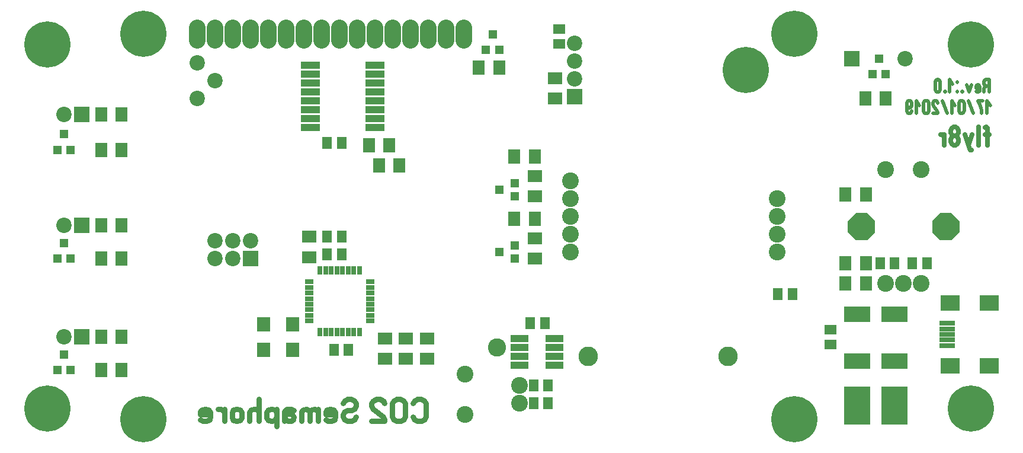
<source format=gbr>
%FSLAX34Y34*%
%MOMM*%
%LNSOLDERMASK_BOTTOM*%
G71*
G01*
%ADD10C, 2.400*%
%ADD11C, 2.400*%
%ADD12C, 2.200*%
%ADD13C, 6.600*%
%ADD14C, 2.200*%
%ADD15R, 0.700X1.200*%
%ADD16R, 1.200X0.700*%
%ADD17R, 2.800X1.000*%
%ADD18R, 2.600X1.000*%
%ADD19C, 2.800*%
%ADD20R, 2.700X2.200*%
%ADD21R, 2.200X0.700*%
%ADD22R, 3.800X5.400*%
%ADD23R, 3.700X2.200*%
%ADD24R, 1.700X1.400*%
%ADD25R, 1.400X1.700*%
%ADD26R, 2.000X1.700*%
%ADD27R, 1.700X2.000*%
%ADD28C, 2.200*%
%ADD29R, 1.900X2.000*%
%ADD30R, 1.300X1.300*%
%ADD31C, 2.600*%
%ADD32C, 2.400*%
%ADD33C, 0.756*%
%ADD34C, 0.518*%
%ADD35C, 0.676*%
%LPD*%
G54D10*
X294000Y628600D02*
X294000Y610600D01*
G54D10*
X319400Y628600D02*
X319400Y610600D01*
G54D10*
X344800Y628600D02*
X344800Y610600D01*
G54D10*
X370200Y628600D02*
X370200Y610600D01*
G54D10*
X395600Y628600D02*
X395600Y610600D01*
G54D10*
X421000Y628600D02*
X421000Y610600D01*
G54D10*
X446400Y628600D02*
X446400Y610600D01*
G54D10*
X471800Y628600D02*
X471800Y610600D01*
G54D10*
X497200Y628600D02*
X497200Y610600D01*
G54D10*
X522600Y628600D02*
X522600Y610600D01*
G54D10*
X548000Y628600D02*
X548000Y610600D01*
G54D10*
X573400Y628600D02*
X573400Y610600D01*
G54D10*
X598800Y628600D02*
X598800Y610600D01*
G54D10*
X624200Y628600D02*
X624200Y610600D01*
G54D10*
X649600Y628600D02*
X649600Y610600D01*
G54D10*
X675000Y628600D02*
X675000Y610600D01*
X1278250Y264000D02*
G54D11*
D03*
X1303650Y264000D02*
G54D11*
D03*
X1329050Y264000D02*
G54D11*
D03*
X1278250Y425925D02*
G54D11*
D03*
X1329050Y425925D02*
G54D11*
D03*
G36*
X1223825Y353054D02*
X1235233Y364462D01*
X1251417Y364462D01*
X1262825Y353054D01*
X1262825Y336870D01*
X1251417Y325462D01*
X1235233Y325462D01*
X1223825Y336870D01*
X1223825Y353054D01*
G37*
G36*
X1344475Y353054D02*
X1355883Y364462D01*
X1372067Y364462D01*
X1383475Y353054D01*
X1383475Y336870D01*
X1372067Y325462D01*
X1355883Y325462D01*
X1344475Y336870D01*
X1344475Y353054D01*
G37*
G36*
X139900Y494300D02*
X117900Y494300D01*
X117900Y516300D01*
X139900Y516300D01*
X139900Y494300D01*
G37*
X103500Y505300D02*
G54D12*
D03*
G36*
X139900Y335550D02*
X117900Y335550D01*
X117900Y357550D01*
X139900Y357550D01*
X139900Y335550D01*
G37*
X103500Y346550D02*
G54D12*
D03*
G36*
X139900Y176800D02*
X117900Y176800D01*
X117900Y198800D01*
X139900Y198800D01*
X139900Y176800D01*
G37*
X103500Y187800D02*
G54D12*
D03*
X80000Y605000D02*
G54D13*
D03*
X80000Y85000D02*
G54D13*
D03*
X1400000Y85000D02*
G54D13*
D03*
X1400000Y605000D02*
G54D13*
D03*
G36*
X1219000Y596000D02*
X1241000Y596000D01*
X1241000Y574000D01*
X1219000Y574000D01*
X1219000Y596000D01*
G37*
X1306200Y585000D02*
G54D14*
D03*
X525775Y194150D02*
G54D15*
D03*
X517775Y194150D02*
G54D15*
D03*
X509775Y194150D02*
G54D15*
D03*
X501775Y194150D02*
G54D15*
D03*
X493775Y194150D02*
G54D15*
D03*
X485775Y194150D02*
G54D15*
D03*
X477775Y194150D02*
G54D15*
D03*
X469775Y194150D02*
G54D15*
D03*
X525775Y282150D02*
G54D15*
D03*
X517775Y282150D02*
G54D15*
D03*
X509775Y282150D02*
G54D15*
D03*
X501775Y282150D02*
G54D15*
D03*
X493775Y282150D02*
G54D15*
D03*
X485775Y282150D02*
G54D15*
D03*
X477775Y282150D02*
G54D15*
D03*
X469775Y282150D02*
G54D15*
D03*
X453775Y210150D02*
G54D16*
D03*
X453775Y218150D02*
G54D16*
D03*
X453775Y226150D02*
G54D16*
D03*
X453775Y234150D02*
G54D16*
D03*
X453775Y242150D02*
G54D16*
D03*
X453775Y250150D02*
G54D16*
D03*
X453775Y258150D02*
G54D16*
D03*
X453775Y266150D02*
G54D16*
D03*
X541775Y210150D02*
G54D16*
D03*
X541775Y218150D02*
G54D16*
D03*
X541775Y226150D02*
G54D16*
D03*
X541775Y234150D02*
G54D16*
D03*
X541775Y242150D02*
G54D16*
D03*
X541775Y250150D02*
G54D16*
D03*
X541775Y258150D02*
G54D16*
D03*
X541775Y266150D02*
G54D16*
D03*
X455925Y486250D02*
G54D17*
D03*
X455925Y498950D02*
G54D17*
D03*
X455925Y511650D02*
G54D17*
D03*
X455925Y524350D02*
G54D17*
D03*
X455925Y537050D02*
G54D17*
D03*
X455925Y549750D02*
G54D17*
D03*
X455925Y562450D02*
G54D17*
D03*
X455925Y575150D02*
G54D17*
D03*
X547925Y575150D02*
G54D17*
D03*
X547925Y562450D02*
G54D17*
D03*
X547925Y549750D02*
G54D17*
D03*
X547925Y537050D02*
G54D17*
D03*
X547925Y524350D02*
G54D17*
D03*
X547925Y511650D02*
G54D17*
D03*
X547925Y498950D02*
G54D17*
D03*
X547925Y486250D02*
G54D17*
D03*
X754375Y146525D02*
G54D18*
D03*
X754375Y159225D02*
G54D18*
D03*
X754375Y171925D02*
G54D18*
D03*
X754375Y184625D02*
G54D18*
D03*
X804375Y184625D02*
G54D18*
D03*
X804375Y171925D02*
G54D18*
D03*
X804375Y159225D02*
G54D18*
D03*
X804375Y146525D02*
G54D18*
D03*
X1052825Y159225D02*
G54D19*
D03*
X852825Y159225D02*
G54D19*
D03*
X1370325Y235425D02*
G54D20*
D03*
X1425825Y235425D02*
G54D20*
D03*
X1370325Y146425D02*
G54D20*
D03*
X1425825Y146425D02*
G54D20*
D03*
X1365838Y174969D02*
G54D21*
D03*
X1365838Y206969D02*
G54D21*
D03*
X1365838Y198969D02*
G54D21*
D03*
X1365838Y190969D02*
G54D21*
D03*
X1365838Y182969D02*
G54D21*
D03*
X1236975Y89375D02*
G54D22*
D03*
X1290950Y89375D02*
G54D22*
D03*
X1290950Y152875D02*
G54D23*
D03*
X1290950Y219550D02*
G54D23*
D03*
X1236975Y152875D02*
G54D23*
D03*
X1236975Y219550D02*
G54D23*
D03*
X1198875Y176688D02*
G54D24*
D03*
X1198875Y197288D02*
G54D24*
D03*
X795650Y92550D02*
G54D25*
D03*
X775050Y92550D02*
G54D25*
D03*
X795650Y117950D02*
G54D25*
D03*
X775050Y117950D02*
G54D25*
D03*
X770250Y206850D02*
G54D25*
D03*
X790850Y206850D02*
G54D25*
D03*
X500375Y464025D02*
G54D25*
D03*
X479775Y464025D02*
G54D25*
D03*
X509900Y168750D02*
G54D25*
D03*
X489300Y168750D02*
G54D25*
D03*
X500375Y305275D02*
G54D25*
D03*
X479775Y305275D02*
G54D25*
D03*
X500338Y330675D02*
G54D25*
D03*
X479738Y330675D02*
G54D25*
D03*
X1144862Y248125D02*
G54D25*
D03*
X1124262Y248125D02*
G54D25*
D03*
X811525Y626585D02*
G54D24*
D03*
X811525Y605985D02*
G54D24*
D03*
X1290950Y292575D02*
G54D25*
D03*
X1270350Y292575D02*
G54D25*
D03*
X1336988Y292575D02*
G54D25*
D03*
X1316388Y292575D02*
G54D25*
D03*
X592450Y156050D02*
G54D26*
D03*
X592450Y185418D02*
G54D26*
D03*
X583242Y432275D02*
G54D27*
D03*
X553874Y432275D02*
G54D27*
D03*
X568638Y460850D02*
G54D27*
D03*
X539270Y460850D02*
G54D27*
D03*
X725800Y571975D02*
G54D27*
D03*
X696432Y571975D02*
G54D27*
D03*
X186050Y505300D02*
G54D27*
D03*
X156682Y505300D02*
G54D27*
D03*
X186050Y346550D02*
G54D27*
D03*
X156682Y346550D02*
G54D27*
D03*
X186050Y187800D02*
G54D27*
D03*
X156682Y187800D02*
G54D27*
D03*
X776600Y356075D02*
G54D27*
D03*
X747232Y356075D02*
G54D27*
D03*
X776600Y298925D02*
G54D26*
D03*
X776600Y328293D02*
G54D26*
D03*
X622612Y156050D02*
G54D26*
D03*
X622612Y185418D02*
G54D26*
D03*
X186050Y454500D02*
G54D27*
D03*
X156682Y454500D02*
G54D27*
D03*
X454338Y330675D02*
G54D26*
D03*
X454338Y301307D02*
G54D26*
D03*
X186050Y298925D02*
G54D27*
D03*
X156682Y298925D02*
G54D27*
D03*
X776600Y444975D02*
G54D27*
D03*
X747232Y444975D02*
G54D27*
D03*
X776600Y387825D02*
G54D26*
D03*
X776600Y417193D02*
G54D26*
D03*
X562288Y156050D02*
G54D26*
D03*
X562288Y185418D02*
G54D26*
D03*
X186050Y140175D02*
G54D27*
D03*
X156682Y140175D02*
G54D27*
D03*
X1278250Y527525D02*
G54D27*
D03*
X1248882Y527525D02*
G54D27*
D03*
X1249675Y292575D02*
G54D27*
D03*
X1220307Y292575D02*
G54D27*
D03*
X1249675Y264000D02*
G54D27*
D03*
X1220307Y264000D02*
G54D27*
D03*
X1249675Y391000D02*
G54D27*
D03*
X1220307Y391000D02*
G54D27*
D03*
X805175Y527525D02*
G54D26*
D03*
X805175Y556893D02*
G54D26*
D03*
G36*
X359200Y287925D02*
X359200Y309925D01*
X381200Y309925D01*
X381200Y287925D01*
X359200Y287925D01*
G37*
X370200Y324325D02*
G54D28*
D03*
X344800Y298925D02*
G54D28*
D03*
X344800Y324325D02*
G54D28*
D03*
X319400Y298925D02*
G54D28*
D03*
X319400Y324325D02*
G54D28*
D03*
X294000Y527525D02*
G54D12*
D03*
X294000Y578325D02*
G54D12*
D03*
X319400Y552925D02*
G54D12*
D03*
X430525Y168750D02*
G54D29*
D03*
X389250Y168750D02*
G54D29*
D03*
X430525Y205262D02*
G54D29*
D03*
X389250Y205262D02*
G54D29*
D03*
X706750Y597375D02*
G54D30*
D03*
X725750Y597375D02*
G54D30*
D03*
X716250Y619575D02*
G54D30*
D03*
X93975Y454500D02*
G54D30*
D03*
X112975Y454500D02*
G54D30*
D03*
X103475Y476700D02*
G54D30*
D03*
X748025Y298925D02*
G54D30*
D03*
X748025Y317925D02*
G54D30*
D03*
X725825Y308425D02*
G54D30*
D03*
X93975Y298925D02*
G54D30*
D03*
X112975Y298925D02*
G54D30*
D03*
X103475Y321125D02*
G54D30*
D03*
X748025Y387825D02*
G54D30*
D03*
X748025Y406825D02*
G54D30*
D03*
X725825Y397325D02*
G54D30*
D03*
X93975Y140175D02*
G54D30*
D03*
X112975Y140175D02*
G54D30*
D03*
X103475Y162375D02*
G54D30*
D03*
X1259200Y562450D02*
G54D30*
D03*
X1278200Y562450D02*
G54D30*
D03*
X1268700Y584650D02*
G54D30*
D03*
X722625Y171925D02*
G54D31*
D03*
G36*
X822750Y519700D02*
X822750Y541700D01*
X844750Y541700D01*
X844750Y519700D01*
X822750Y519700D01*
G37*
X833750Y556100D02*
G54D14*
D03*
X833750Y581500D02*
G54D14*
D03*
X833750Y606900D02*
G54D14*
D03*
X1122675Y384650D02*
G54D11*
D03*
X1122675Y359250D02*
G54D11*
D03*
X1122675Y333850D02*
G54D11*
D03*
X1122675Y308450D02*
G54D11*
D03*
X827400Y308450D02*
G54D11*
D03*
X827400Y333850D02*
G54D11*
D03*
X827400Y359250D02*
G54D11*
D03*
X827400Y384650D02*
G54D11*
D03*
X827400Y410050D02*
G54D11*
D03*
X217400Y620000D02*
G54D13*
D03*
X217400Y70000D02*
G54D13*
D03*
X1147400Y70000D02*
G54D13*
D03*
X1147400Y620000D02*
G54D13*
D03*
X1078225Y568800D02*
G54D13*
D03*
X754375Y117950D02*
G54D32*
D03*
X754375Y92550D02*
G54D32*
D03*
X676588Y133825D02*
G54D32*
D03*
X676588Y76675D02*
G54D32*
D03*
G54D33*
X602358Y72983D02*
X604692Y69094D01*
X609358Y67150D01*
X614025Y67150D01*
X618692Y69094D01*
X621025Y72983D01*
X621025Y92428D01*
X618692Y96317D01*
X614025Y98261D01*
X609358Y98261D01*
X604692Y96317D01*
X602358Y92428D01*
G54D33*
X572802Y92428D02*
X572802Y72983D01*
X575136Y69094D01*
X579802Y67150D01*
X584469Y67150D01*
X589136Y69094D01*
X591469Y72983D01*
X591469Y92428D01*
X589136Y96317D01*
X584469Y98261D01*
X579802Y98261D01*
X575136Y96317D01*
X572802Y92428D01*
G54D33*
X543246Y67150D02*
X561913Y67150D01*
X561913Y69094D01*
X559580Y72983D01*
X545580Y84650D01*
X543246Y88539D01*
X543246Y92428D01*
X545580Y96317D01*
X550246Y98261D01*
X554913Y98261D01*
X559580Y96317D01*
X561913Y92428D01*
G54D33*
X521001Y72983D02*
X518668Y69094D01*
X514001Y67150D01*
X509334Y67150D01*
X504668Y69094D01*
X502334Y72983D01*
X502334Y76872D01*
X504668Y80761D01*
X509334Y82706D01*
X514001Y82706D01*
X518668Y84650D01*
X521001Y88539D01*
X521001Y92428D01*
X518668Y96317D01*
X514001Y98261D01*
X509334Y98261D01*
X504668Y96317D01*
X502334Y92428D01*
G54D33*
X477445Y69094D02*
X481178Y67150D01*
X485845Y67150D01*
X490512Y69094D01*
X491445Y72983D01*
X491445Y79594D01*
X489112Y83483D01*
X484445Y84650D01*
X479778Y83483D01*
X477445Y80761D01*
X477445Y76872D01*
X491445Y76872D01*
G54D33*
X466556Y67150D02*
X466556Y84650D01*
G54D33*
X466556Y81539D02*
X461889Y84650D01*
X457223Y83483D01*
X454889Y80761D01*
X454889Y67150D01*
G54D33*
X454889Y81539D02*
X450223Y84650D01*
X445556Y83483D01*
X443223Y80761D01*
X443223Y67150D01*
G54D33*
X432334Y82706D02*
X427667Y84650D01*
X422067Y84650D01*
X418334Y80761D01*
X418334Y67150D01*
G54D33*
X418334Y72983D02*
X420667Y76872D01*
X425334Y77650D01*
X430001Y76872D01*
X432334Y72983D01*
X431401Y69094D01*
X427667Y67150D01*
X425334Y67150D01*
X424401Y67150D01*
X420667Y69094D01*
X418334Y72983D01*
G54D33*
X407445Y84650D02*
X407445Y59372D01*
G54D33*
X407445Y72983D02*
X405112Y67928D01*
X400445Y67150D01*
X395778Y67928D01*
X393445Y71817D01*
X393445Y79594D01*
X395778Y83483D01*
X400445Y84650D01*
X405112Y83483D01*
X407445Y78817D01*
G54D33*
X382556Y67150D02*
X382556Y98261D01*
G54D33*
X382556Y79594D02*
X380223Y83483D01*
X375556Y84650D01*
X370889Y83483D01*
X368556Y79594D01*
X368556Y67150D01*
G54D33*
X343667Y71817D02*
X343667Y79594D01*
X346000Y83483D01*
X350667Y84650D01*
X355334Y83483D01*
X357667Y79594D01*
X357667Y71817D01*
X355334Y67928D01*
X350667Y67150D01*
X346000Y67928D01*
X343667Y71817D01*
G54D33*
X332778Y67150D02*
X332778Y84650D01*
G54D33*
X332778Y80761D02*
X328111Y84650D01*
X323445Y84650D01*
G54D33*
X298556Y69094D02*
X302289Y67150D01*
X306956Y67150D01*
X311623Y69094D01*
X312556Y72983D01*
X312556Y79594D01*
X310223Y83483D01*
X305556Y84650D01*
X300889Y83483D01*
X298556Y80761D01*
X298556Y76872D01*
X312556Y76872D01*
G54D34*
X1422332Y545939D02*
X1419665Y543717D01*
X1418776Y541494D01*
X1418776Y537050D01*
G54D34*
X1425888Y537050D02*
X1425888Y554828D01*
X1421443Y554828D01*
X1419665Y553717D01*
X1418776Y551494D01*
X1418776Y549272D01*
X1419665Y547050D01*
X1421443Y545939D01*
X1425888Y545939D01*
G54D34*
X1407221Y538161D02*
X1408643Y537050D01*
X1410421Y537050D01*
X1412199Y538161D01*
X1412554Y540383D01*
X1412554Y544161D01*
X1411666Y546383D01*
X1409888Y547050D01*
X1408110Y546383D01*
X1407221Y544828D01*
X1407221Y542606D01*
X1412554Y542606D01*
G54D34*
X1401000Y547050D02*
X1397444Y537050D01*
X1393888Y547050D01*
G54D34*
X1386955Y537050D02*
X1387666Y537050D01*
X1387666Y537939D01*
X1386955Y537939D01*
X1386955Y537050D01*
X1387666Y537050D01*
G54D34*
X1380734Y537050D02*
X1380022Y537050D01*
X1380022Y537939D01*
X1380734Y537939D01*
X1380734Y537050D01*
G54D34*
X1380022Y550383D02*
X1380734Y550383D01*
X1380734Y551272D01*
X1380022Y551272D01*
X1380022Y550383D01*
G54D34*
X1373800Y548161D02*
X1369356Y554828D01*
X1369356Y537050D01*
G54D34*
X1362423Y537050D02*
X1363134Y537050D01*
X1363134Y537939D01*
X1362423Y537939D01*
X1362423Y537050D01*
X1363134Y537050D01*
G54D34*
X1349090Y551494D02*
X1349090Y540383D01*
X1349979Y538161D01*
X1351757Y537050D01*
X1353535Y537050D01*
X1355313Y538161D01*
X1356202Y540383D01*
X1356202Y551494D01*
X1355313Y553717D01*
X1353535Y554828D01*
X1351757Y554828D01*
X1349979Y553717D01*
X1349090Y551494D01*
G54D34*
X1427475Y517999D02*
X1423030Y524665D01*
X1423030Y506888D01*
G54D34*
X1416809Y524665D02*
X1409698Y524665D01*
X1410587Y522443D01*
X1412364Y519110D01*
X1414142Y514665D01*
X1415031Y511332D01*
X1415031Y506888D01*
G54D34*
X1403476Y506888D02*
X1396365Y524665D01*
G54D34*
X1383032Y521332D02*
X1383032Y510221D01*
X1383921Y507999D01*
X1385698Y506888D01*
X1387476Y506888D01*
X1389254Y507999D01*
X1390143Y510221D01*
X1390143Y521332D01*
X1389254Y523554D01*
X1387476Y524665D01*
X1385698Y524665D01*
X1383921Y523554D01*
X1383032Y521332D01*
G54D34*
X1376810Y517999D02*
X1372366Y524665D01*
X1372366Y506888D01*
G54D34*
X1366144Y506888D02*
X1359033Y524665D01*
G54D34*
X1345700Y506888D02*
X1352811Y506888D01*
X1352811Y507999D01*
X1351922Y510221D01*
X1346589Y516888D01*
X1345700Y519110D01*
X1345700Y521332D01*
X1346589Y523554D01*
X1348366Y524665D01*
X1350144Y524665D01*
X1351922Y523554D01*
X1352811Y521332D01*
G54D34*
X1332367Y521332D02*
X1332367Y510221D01*
X1333256Y507999D01*
X1335034Y506888D01*
X1336811Y506888D01*
X1338589Y507999D01*
X1339478Y510221D01*
X1339478Y521332D01*
X1338589Y523554D01*
X1336811Y524665D01*
X1335034Y524665D01*
X1333256Y523554D01*
X1332367Y521332D01*
G54D34*
X1326145Y517999D02*
X1321700Y524665D01*
X1321700Y506888D01*
G54D34*
X1315479Y510221D02*
X1314590Y507999D01*
X1312812Y506888D01*
X1311034Y506888D01*
X1309257Y507999D01*
X1308368Y510221D01*
X1308368Y515776D01*
X1308368Y516888D01*
X1311034Y514665D01*
X1312812Y514665D01*
X1314590Y515776D01*
X1315479Y517999D01*
X1315479Y521332D01*
X1314590Y523554D01*
X1312812Y524665D01*
X1311034Y524665D01*
X1309257Y523554D01*
X1308368Y521332D01*
X1308368Y515776D01*
G54D35*
X1423221Y460850D02*
X1423221Y485850D01*
X1421888Y487517D01*
X1420554Y486517D01*
G54D35*
X1425888Y475850D02*
X1420554Y475850D01*
G54D35*
X1411222Y460850D02*
X1411222Y487517D01*
G54D35*
X1401888Y475850D02*
X1396555Y460850D01*
X1391222Y475850D01*
G54D35*
X1396555Y460850D02*
X1397888Y455850D01*
X1399222Y454183D01*
X1400555Y454183D01*
G54D35*
X1375222Y474183D02*
X1377888Y474183D01*
X1380555Y475850D01*
X1381888Y479183D01*
X1381888Y482517D01*
X1380555Y485850D01*
X1377888Y487517D01*
X1375222Y487517D01*
X1372555Y485850D01*
X1371222Y482517D01*
X1371222Y479183D01*
X1372555Y475850D01*
X1375222Y474183D01*
X1372555Y472517D01*
X1371222Y469183D01*
X1371222Y465850D01*
X1372555Y462517D01*
X1375222Y460850D01*
X1377888Y460850D01*
X1380555Y462517D01*
X1381888Y465850D01*
X1381888Y469183D01*
X1380555Y472517D01*
X1377888Y474183D01*
G54D35*
X1361888Y460850D02*
X1361888Y475850D01*
G54D35*
X1361888Y472517D02*
X1359222Y475850D01*
X1356555Y475850D01*
M02*

</source>
